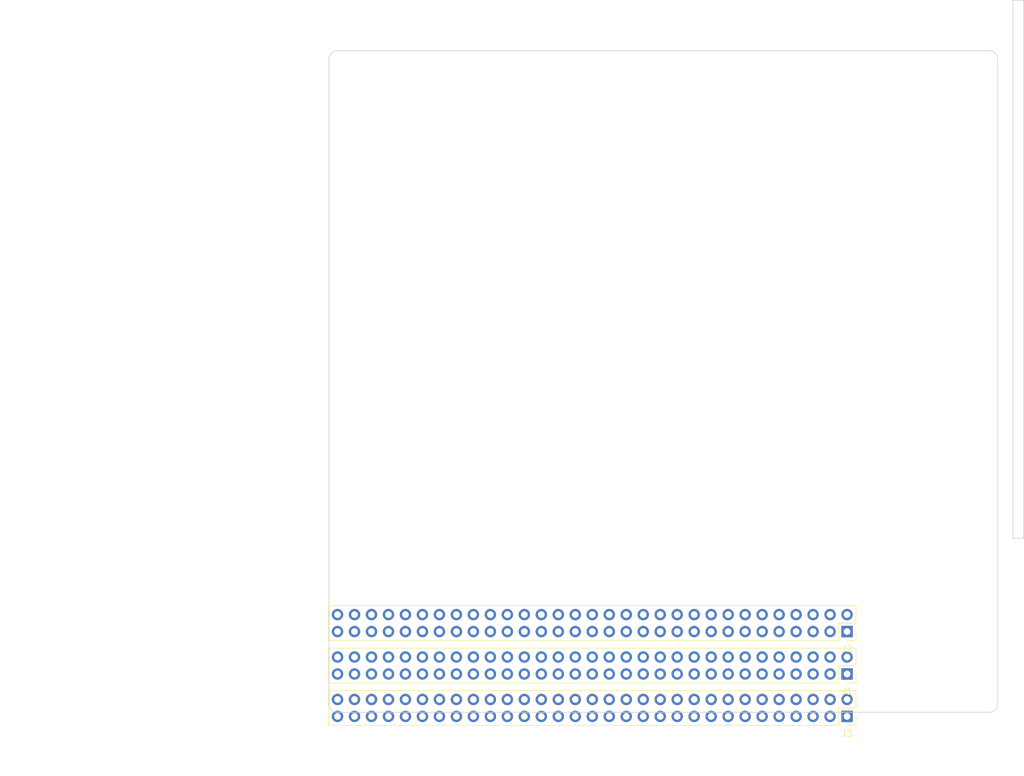
<source format=kicad_pcb>
(kicad_pcb (version 20171130) (host pcbnew "(5.1.9)-1")

  (general
    (thickness 1.6)
    (drawings 29)
    (tracks 0)
    (zones 0)
    (modules 3)
    (nets 60)
  )

  (page A4)
  (layers
    (0 F.Cu signal)
    (31 B.Cu signal)
    (32 B.Adhes user)
    (33 F.Adhes user)
    (34 B.Paste user)
    (35 F.Paste user)
    (36 B.SilkS user)
    (37 F.SilkS user)
    (38 B.Mask user)
    (39 F.Mask user)
    (40 Dwgs.User user)
    (41 Cmts.User user)
    (42 Eco1.User user)
    (43 Eco2.User user)
    (44 Edge.Cuts user)
    (45 Margin user)
    (46 B.CrtYd user)
    (47 F.CrtYd user)
    (48 B.Fab user)
    (49 F.Fab user)
  )

  (setup
    (last_trace_width 0.25)
    (trace_clearance 0.2)
    (zone_clearance 0.508)
    (zone_45_only no)
    (trace_min 0.2)
    (via_size 0.8)
    (via_drill 0.4)
    (via_min_size 0.4)
    (via_min_drill 0.3)
    (uvia_size 0.3)
    (uvia_drill 0.1)
    (uvias_allowed no)
    (uvia_min_size 0.2)
    (uvia_min_drill 0.1)
    (edge_width 0.1)
    (segment_width 0.2)
    (pcb_text_width 0.3)
    (pcb_text_size 1.5 1.5)
    (mod_edge_width 0.15)
    (mod_text_size 1 1)
    (mod_text_width 0.15)
    (pad_size 1.524 1.524)
    (pad_drill 0.762)
    (pad_to_mask_clearance 0)
    (aux_axis_origin 0 0)
    (visible_elements FFFFFF7F)
    (pcbplotparams
      (layerselection 0x010fc_ffffffff)
      (usegerberextensions false)
      (usegerberattributes true)
      (usegerberadvancedattributes true)
      (creategerberjobfile true)
      (excludeedgelayer true)
      (linewidth 0.100000)
      (plotframeref false)
      (viasonmask false)
      (mode 1)
      (useauxorigin false)
      (hpglpennumber 1)
      (hpglpenspeed 20)
      (hpglpendiameter 15.000000)
      (psnegative false)
      (psa4output false)
      (plotreference true)
      (plotvalue true)
      (plotinvisibletext false)
      (padsonsilk false)
      (subtractmaskfromsilk false)
      (outputformat 1)
      (mirror false)
      (drillshape 1)
      (scaleselection 1)
      (outputdirectory ""))
  )

  (net 0 "")
  (net 1 A00)
  (net 2 A01)
  (net 3 A02)
  (net 4 A03)
  (net 5 A04)
  (net 6 A05)
  (net 7 A06)
  (net 8 A07)
  (net 9 A08)
  (net 10 A09)
  (net 11 A10)
  (net 12 A11)
  (net 13 A12)
  (net 14 A13)
  (net 15 A14)
  (net 16 A15)
  (net 17 A16)
  (net 18 A17)
  (net 19 A18)
  (net 20 A19)
  (net 21 AEN)
  (net 22 IOCHRDY)
  (net 23 D0)
  (net 24 D1)
  (net 25 D2)
  (net 26 D3)
  (net 27 D4)
  (net 28 D5)
  (net 29 D6)
  (net 30 D7)
  (net 31 ~IO_CH_CK)
  (net 32 GND)
  (net 33 OSC)
  (net 34 VCC)
  (net 35 ALE)
  (net 36 TC)
  (net 37 ~DACK2)
  (net 38 IRQ3)
  (net 39 IRQ4)
  (net 40 IRQ5)
  (net 41 IRQ6)
  (net 42 IRQ7)
  (net 43 CLK)
  (net 44 ~DACK0)
  (net 45 DRQ1)
  (net 46 ~DACK1)
  (net 47 DRQ3)
  (net 48 ~DACK3)
  (net 49 ~IOR)
  (net 50 ~IOW)
  (net 51 ~MEMR)
  (net 52 ~MEMW)
  (net 53 +12V)
  (net 54 AUDIOIN)
  (net 55 -12V)
  (net 56 DRQ2)
  (net 57 -5V)
  (net 58 IRQ2)
  (net 59 RESET)

  (net_class Default "This is the default net class."
    (clearance 0.2)
    (trace_width 0.25)
    (via_dia 0.8)
    (via_drill 0.4)
    (uvia_dia 0.3)
    (uvia_drill 0.1)
    (add_net +12V)
    (add_net -12V)
    (add_net -5V)
    (add_net A00)
    (add_net A01)
    (add_net A02)
    (add_net A03)
    (add_net A04)
    (add_net A05)
    (add_net A06)
    (add_net A07)
    (add_net A08)
    (add_net A09)
    (add_net A10)
    (add_net A11)
    (add_net A12)
    (add_net A13)
    (add_net A14)
    (add_net A15)
    (add_net A16)
    (add_net A17)
    (add_net A18)
    (add_net A19)
    (add_net AEN)
    (add_net ALE)
    (add_net AUDIOIN)
    (add_net CLK)
    (add_net D0)
    (add_net D1)
    (add_net D2)
    (add_net D3)
    (add_net D4)
    (add_net D5)
    (add_net D6)
    (add_net D7)
    (add_net DRQ1)
    (add_net DRQ2)
    (add_net DRQ3)
    (add_net GND)
    (add_net IOCHRDY)
    (add_net IRQ2)
    (add_net IRQ3)
    (add_net IRQ4)
    (add_net IRQ5)
    (add_net IRQ6)
    (add_net IRQ7)
    (add_net OSC)
    (add_net RESET)
    (add_net TC)
    (add_net VCC)
    (add_net ~DACK0)
    (add_net ~DACK1)
    (add_net ~DACK2)
    (add_net ~DACK3)
    (add_net ~IOR)
    (add_net ~IOW)
    (add_net ~IO_CH_CK)
    (add_net ~MEMR)
    (add_net ~MEMW)
  )

  (module 00Custom:TandyPlusLongPins (layer F.Cu) (tedit 60CECB4C) (tstamp 60CF12DF)
    (at 218.44 137.16 270)
    (descr "Through hole straight pin header, 2x31, 2.54mm pitch, double rows")
    (tags "Through hole pin header THT 2x31 2.54mm double row")
    (path /60D113A9)
    (fp_text reference J3 (at 2.54 0) (layer F.SilkS)
      (effects (font (size 1 1) (thickness 0.15)))
    )
    (fp_text value "Passthrough Bus Tall" (at -1.27 78.53 90) (layer F.Fab)
      (effects (font (size 1 1) (thickness 0.15)))
    )
    (fp_text user %R (at -1.27 38.1) (layer F.Fab)
      (effects (font (size 1 1) (thickness 0.15)))
    )
    (fp_line (start 0 -1.27) (end -3.81 -1.27) (layer F.Fab) (width 0.1))
    (fp_line (start -3.81 -1.27) (end -3.81 77.47) (layer F.Fab) (width 0.1))
    (fp_line (start -3.81 77.47) (end 1.27 77.47) (layer F.Fab) (width 0.1))
    (fp_line (start 1.27 77.47) (end 1.27 0) (layer F.Fab) (width 0.1))
    (fp_line (start 1.27 0) (end 0 -1.27) (layer F.Fab) (width 0.1))
    (fp_line (start 1.33 77.53) (end -3.87 77.53) (layer F.SilkS) (width 0.12))
    (fp_line (start 1.33 1.27) (end 1.33 77.53) (layer F.SilkS) (width 0.12))
    (fp_line (start -3.87 -1.33) (end -3.87 77.53) (layer F.SilkS) (width 0.12))
    (fp_line (start 1.33 1.27) (end -1.27 1.27) (layer F.SilkS) (width 0.12))
    (fp_line (start -1.27 1.27) (end -1.27 -1.33) (layer F.SilkS) (width 0.12))
    (fp_line (start -1.27 -1.33) (end -3.87 -1.33) (layer F.SilkS) (width 0.12))
    (fp_line (start 1.33 0) (end 1.33 -1.33) (layer F.SilkS) (width 0.12))
    (fp_line (start 1.33 -1.33) (end 0 -1.33) (layer F.SilkS) (width 0.12))
    (fp_line (start 1.8 -1.8) (end 1.8 78) (layer F.CrtYd) (width 0.05))
    (fp_line (start 1.8 78) (end -4.35 78) (layer F.CrtYd) (width 0.05))
    (fp_line (start -4.35 78) (end -4.35 -1.8) (layer F.CrtYd) (width 0.05))
    (fp_line (start -4.35 -1.8) (end 1.8 -1.8) (layer F.CrtYd) (width 0.05))
    (pad 62 thru_hole oval (at -2.54 76.2 270) (size 1.7 1.7) (drill 1) (layers *.Cu *.Mask)
      (net 1 A00))
    (pad 31 thru_hole oval (at 0 76.2 270) (size 1.7 1.7) (drill 1) (layers *.Cu *.Mask)
      (net 32 GND))
    (pad 61 thru_hole oval (at -2.54 73.66 270) (size 1.7 1.7) (drill 1) (layers *.Cu *.Mask)
      (net 2 A01))
    (pad 30 thru_hole oval (at 0 73.66 270) (size 1.7 1.7) (drill 1) (layers *.Cu *.Mask)
      (net 33 OSC))
    (pad 60 thru_hole oval (at -2.54 71.12 270) (size 1.7 1.7) (drill 1) (layers *.Cu *.Mask)
      (net 3 A02))
    (pad 29 thru_hole oval (at 0 71.12 270) (size 1.7 1.7) (drill 1) (layers *.Cu *.Mask)
      (net 34 VCC))
    (pad 59 thru_hole oval (at -2.54 68.58 270) (size 1.7 1.7) (drill 1) (layers *.Cu *.Mask)
      (net 4 A03))
    (pad 28 thru_hole oval (at 0 68.58 270) (size 1.7 1.7) (drill 1) (layers *.Cu *.Mask)
      (net 35 ALE))
    (pad 58 thru_hole oval (at -2.54 66.04 270) (size 1.7 1.7) (drill 1) (layers *.Cu *.Mask)
      (net 5 A04))
    (pad 27 thru_hole oval (at 0 66.04 270) (size 1.7 1.7) (drill 1) (layers *.Cu *.Mask)
      (net 36 TC))
    (pad 57 thru_hole oval (at -2.54 63.5 270) (size 1.7 1.7) (drill 1) (layers *.Cu *.Mask)
      (net 6 A05))
    (pad 26 thru_hole oval (at 0 63.5 270) (size 1.7 1.7) (drill 1) (layers *.Cu *.Mask)
      (net 37 ~DACK2))
    (pad 56 thru_hole oval (at -2.54 60.96 270) (size 1.7 1.7) (drill 1) (layers *.Cu *.Mask)
      (net 7 A06))
    (pad 25 thru_hole oval (at 0 60.96 270) (size 1.7 1.7) (drill 1) (layers *.Cu *.Mask)
      (net 38 IRQ3))
    (pad 55 thru_hole oval (at -2.54 58.42 270) (size 1.7 1.7) (drill 1) (layers *.Cu *.Mask)
      (net 8 A07))
    (pad 24 thru_hole oval (at 0 58.42 270) (size 1.7 1.7) (drill 1) (layers *.Cu *.Mask)
      (net 39 IRQ4))
    (pad 54 thru_hole oval (at -2.54 55.88 270) (size 1.7 1.7) (drill 1) (layers *.Cu *.Mask)
      (net 9 A08))
    (pad 23 thru_hole oval (at 0 55.88 270) (size 1.7 1.7) (drill 1) (layers *.Cu *.Mask)
      (net 40 IRQ5))
    (pad 53 thru_hole oval (at -2.54 53.34 270) (size 1.7 1.7) (drill 1) (layers *.Cu *.Mask)
      (net 10 A09))
    (pad 22 thru_hole oval (at 0 53.34 270) (size 1.7 1.7) (drill 1) (layers *.Cu *.Mask)
      (net 41 IRQ6))
    (pad 52 thru_hole oval (at -2.54 50.8 270) (size 1.7 1.7) (drill 1) (layers *.Cu *.Mask)
      (net 11 A10))
    (pad 21 thru_hole oval (at 0 50.8 270) (size 1.7 1.7) (drill 1) (layers *.Cu *.Mask)
      (net 42 IRQ7))
    (pad 51 thru_hole oval (at -2.54 48.26 270) (size 1.7 1.7) (drill 1) (layers *.Cu *.Mask)
      (net 12 A11))
    (pad 20 thru_hole oval (at 0 48.26 270) (size 1.7 1.7) (drill 1) (layers *.Cu *.Mask)
      (net 43 CLK))
    (pad 50 thru_hole oval (at -2.54 45.72 270) (size 1.7 1.7) (drill 1) (layers *.Cu *.Mask)
      (net 13 A12))
    (pad 19 thru_hole oval (at 0 45.72 270) (size 1.7 1.7) (drill 1) (layers *.Cu *.Mask)
      (net 44 ~DACK0))
    (pad 49 thru_hole oval (at -2.54 43.18 270) (size 1.7 1.7) (drill 1) (layers *.Cu *.Mask)
      (net 14 A13))
    (pad 18 thru_hole oval (at 0 43.18 270) (size 1.7 1.7) (drill 1) (layers *.Cu *.Mask)
      (net 45 DRQ1))
    (pad 48 thru_hole oval (at -2.54 40.64 270) (size 1.7 1.7) (drill 1) (layers *.Cu *.Mask)
      (net 15 A14))
    (pad 17 thru_hole oval (at 0 40.64 270) (size 1.7 1.7) (drill 1) (layers *.Cu *.Mask)
      (net 46 ~DACK1))
    (pad 47 thru_hole oval (at -2.54 38.1 270) (size 1.7 1.7) (drill 1) (layers *.Cu *.Mask)
      (net 16 A15))
    (pad 16 thru_hole oval (at 0 38.1 270) (size 1.7 1.7) (drill 1) (layers *.Cu *.Mask)
      (net 47 DRQ3))
    (pad 46 thru_hole oval (at -2.54 35.56 270) (size 1.7 1.7) (drill 1) (layers *.Cu *.Mask)
      (net 17 A16))
    (pad 15 thru_hole oval (at 0 35.56 270) (size 1.7 1.7) (drill 1) (layers *.Cu *.Mask)
      (net 48 ~DACK3))
    (pad 45 thru_hole oval (at -2.54 33.02 270) (size 1.7 1.7) (drill 1) (layers *.Cu *.Mask)
      (net 18 A17))
    (pad 14 thru_hole oval (at 0 33.02 270) (size 1.7 1.7) (drill 1) (layers *.Cu *.Mask)
      (net 49 ~IOR))
    (pad 44 thru_hole oval (at -2.54 30.48 270) (size 1.7 1.7) (drill 1) (layers *.Cu *.Mask)
      (net 19 A18))
    (pad 13 thru_hole oval (at 0 30.48 270) (size 1.7 1.7) (drill 1) (layers *.Cu *.Mask)
      (net 50 ~IOW))
    (pad 43 thru_hole oval (at -2.54 27.94 270) (size 1.7 1.7) (drill 1) (layers *.Cu *.Mask)
      (net 20 A19))
    (pad 12 thru_hole oval (at 0 27.94 270) (size 1.7 1.7) (drill 1) (layers *.Cu *.Mask)
      (net 51 ~MEMR))
    (pad 42 thru_hole oval (at -2.54 25.4 270) (size 1.7 1.7) (drill 1) (layers *.Cu *.Mask)
      (net 21 AEN))
    (pad 11 thru_hole oval (at 0 25.4 270) (size 1.7 1.7) (drill 1) (layers *.Cu *.Mask)
      (net 52 ~MEMW))
    (pad 41 thru_hole oval (at -2.54 22.86 270) (size 1.7 1.7) (drill 1) (layers *.Cu *.Mask)
      (net 22 IOCHRDY))
    (pad 10 thru_hole oval (at 0 22.86 270) (size 1.7 1.7) (drill 1) (layers *.Cu *.Mask)
      (net 32 GND))
    (pad 40 thru_hole oval (at -2.54 20.32 270) (size 1.7 1.7) (drill 1) (layers *.Cu *.Mask)
      (net 23 D0))
    (pad 9 thru_hole oval (at 0 20.32 270) (size 1.7 1.7) (drill 1) (layers *.Cu *.Mask)
      (net 53 +12V))
    (pad 39 thru_hole oval (at -2.54 17.78 270) (size 1.7 1.7) (drill 1) (layers *.Cu *.Mask)
      (net 24 D1))
    (pad 8 thru_hole oval (at 0 17.78 270) (size 1.7 1.7) (drill 1) (layers *.Cu *.Mask)
      (net 54 AUDIOIN))
    (pad 38 thru_hole oval (at -2.54 15.24 270) (size 1.7 1.7) (drill 1) (layers *.Cu *.Mask)
      (net 25 D2))
    (pad 7 thru_hole oval (at 0 15.24 270) (size 1.7 1.7) (drill 1) (layers *.Cu *.Mask)
      (net 55 -12V))
    (pad 37 thru_hole oval (at -2.54 12.7 270) (size 1.7 1.7) (drill 1) (layers *.Cu *.Mask)
      (net 26 D3))
    (pad 6 thru_hole oval (at 0 12.7 270) (size 1.7 1.7) (drill 1) (layers *.Cu *.Mask)
      (net 56 DRQ2))
    (pad 36 thru_hole oval (at -2.54 10.16 270) (size 1.7 1.7) (drill 1) (layers *.Cu *.Mask)
      (net 27 D4))
    (pad 5 thru_hole oval (at 0 10.16 270) (size 1.7 1.7) (drill 1) (layers *.Cu *.Mask)
      (net 57 -5V))
    (pad 35 thru_hole oval (at -2.54 7.62 270) (size 1.7 1.7) (drill 1) (layers *.Cu *.Mask)
      (net 28 D5))
    (pad 4 thru_hole oval (at 0 7.62 270) (size 1.7 1.7) (drill 1) (layers *.Cu *.Mask)
      (net 58 IRQ2))
    (pad 34 thru_hole oval (at -2.54 5.08 270) (size 1.7 1.7) (drill 1) (layers *.Cu *.Mask)
      (net 29 D6))
    (pad 3 thru_hole oval (at 0 5.08 270) (size 1.7 1.7) (drill 1) (layers *.Cu *.Mask)
      (net 34 VCC))
    (pad 33 thru_hole oval (at -2.54 2.54 270) (size 1.7 1.7) (drill 1) (layers *.Cu *.Mask)
      (net 30 D7))
    (pad 2 thru_hole oval (at 0 2.54 270) (size 1.7 1.7) (drill 1) (layers *.Cu *.Mask)
      (net 59 RESET))
    (pad 32 thru_hole oval (at -2.54 0 270) (size 1.7 1.7) (drill 1) (layers *.Cu *.Mask)
      (net 31 ~IO_CH_CK))
    (pad 1 thru_hole rect (at 0 0 270) (size 1.7 1.7) (drill 1) (layers *.Cu *.Mask)
      (net 32 GND))
    (model ${KISYS3DMOD}/Connector_PinHeader_2.54mm.3dshapes/PinHeader_2x31_P2.54mm_Vertical.wrl
      (offset (xyz -2.54 0 0))
      (scale (xyz 1 1 1))
      (rotate (xyz 0 0 0))
    )
    (model ${KISYS3DMOD}/Connector_PinHeader_2.54mm.3dshapes/PinHeader_2x31_P2.54mm_Vertical.wrl
      (offset (xyz -2.54 0 10.7))
      (scale (xyz 1 1 1))
      (rotate (xyz 0 0 0))
    )
  )

  (module 00Custom:TandyPlusShortPins (layer F.Cu) (tedit 60CECB29) (tstamp 60CF128B)
    (at 218.44 124.46 270)
    (descr "Through hole straight pin header, 2x31, 2.54mm pitch, double rows")
    (tags "Through hole pin header THT 2x31 2.54mm double row")
    (path /60D04D1C)
    (fp_text reference J2 (at 2.54 0) (layer F.SilkS)
      (effects (font (size 1 1) (thickness 0.15)))
    )
    (fp_text value "Passthrough Bus Short" (at -1.27 78.53 90) (layer F.Fab)
      (effects (font (size 1 1) (thickness 0.15)))
    )
    (fp_text user %R (at -1.27 38.1) (layer F.Fab)
      (effects (font (size 1 1) (thickness 0.15)))
    )
    (fp_line (start 0 -1.27) (end -3.81 -1.27) (layer F.Fab) (width 0.1))
    (fp_line (start -3.81 -1.27) (end -3.81 77.47) (layer F.Fab) (width 0.1))
    (fp_line (start -3.81 77.47) (end 1.27 77.47) (layer F.Fab) (width 0.1))
    (fp_line (start 1.27 77.47) (end 1.27 0) (layer F.Fab) (width 0.1))
    (fp_line (start 1.27 0) (end 0 -1.27) (layer F.Fab) (width 0.1))
    (fp_line (start 1.33 77.53) (end -3.87 77.53) (layer F.SilkS) (width 0.12))
    (fp_line (start 1.33 1.27) (end 1.33 77.53) (layer F.SilkS) (width 0.12))
    (fp_line (start -3.87 -1.33) (end -3.87 77.53) (layer F.SilkS) (width 0.12))
    (fp_line (start 1.33 1.27) (end -1.27 1.27) (layer F.SilkS) (width 0.12))
    (fp_line (start -1.27 1.27) (end -1.27 -1.33) (layer F.SilkS) (width 0.12))
    (fp_line (start -1.27 -1.33) (end -3.87 -1.33) (layer F.SilkS) (width 0.12))
    (fp_line (start 1.33 0) (end 1.33 -1.33) (layer F.SilkS) (width 0.12))
    (fp_line (start 1.33 -1.33) (end 0 -1.33) (layer F.SilkS) (width 0.12))
    (fp_line (start 1.8 -1.8) (end 1.8 78) (layer F.CrtYd) (width 0.05))
    (fp_line (start 1.8 78) (end -4.35 78) (layer F.CrtYd) (width 0.05))
    (fp_line (start -4.35 78) (end -4.35 -1.8) (layer F.CrtYd) (width 0.05))
    (fp_line (start -4.35 -1.8) (end 1.8 -1.8) (layer F.CrtYd) (width 0.05))
    (pad 62 thru_hole oval (at -2.54 76.2 270) (size 1.7 1.7) (drill 1) (layers *.Cu *.Mask)
      (net 1 A00))
    (pad 31 thru_hole oval (at 0 76.2 270) (size 1.7 1.7) (drill 1) (layers *.Cu *.Mask)
      (net 32 GND))
    (pad 61 thru_hole oval (at -2.54 73.66 270) (size 1.7 1.7) (drill 1) (layers *.Cu *.Mask)
      (net 2 A01))
    (pad 30 thru_hole oval (at 0 73.66 270) (size 1.7 1.7) (drill 1) (layers *.Cu *.Mask)
      (net 33 OSC))
    (pad 60 thru_hole oval (at -2.54 71.12 270) (size 1.7 1.7) (drill 1) (layers *.Cu *.Mask)
      (net 3 A02))
    (pad 29 thru_hole oval (at 0 71.12 270) (size 1.7 1.7) (drill 1) (layers *.Cu *.Mask)
      (net 34 VCC))
    (pad 59 thru_hole oval (at -2.54 68.58 270) (size 1.7 1.7) (drill 1) (layers *.Cu *.Mask)
      (net 4 A03))
    (pad 28 thru_hole oval (at 0 68.58 270) (size 1.7 1.7) (drill 1) (layers *.Cu *.Mask)
      (net 35 ALE))
    (pad 58 thru_hole oval (at -2.54 66.04 270) (size 1.7 1.7) (drill 1) (layers *.Cu *.Mask)
      (net 5 A04))
    (pad 27 thru_hole oval (at 0 66.04 270) (size 1.7 1.7) (drill 1) (layers *.Cu *.Mask)
      (net 36 TC))
    (pad 57 thru_hole oval (at -2.54 63.5 270) (size 1.7 1.7) (drill 1) (layers *.Cu *.Mask)
      (net 6 A05))
    (pad 26 thru_hole oval (at 0 63.5 270) (size 1.7 1.7) (drill 1) (layers *.Cu *.Mask)
      (net 37 ~DACK2))
    (pad 56 thru_hole oval (at -2.54 60.96 270) (size 1.7 1.7) (drill 1) (layers *.Cu *.Mask)
      (net 7 A06))
    (pad 25 thru_hole oval (at 0 60.96 270) (size 1.7 1.7) (drill 1) (layers *.Cu *.Mask)
      (net 38 IRQ3))
    (pad 55 thru_hole oval (at -2.54 58.42 270) (size 1.7 1.7) (drill 1) (layers *.Cu *.Mask)
      (net 8 A07))
    (pad 24 thru_hole oval (at 0 58.42 270) (size 1.7 1.7) (drill 1) (layers *.Cu *.Mask)
      (net 39 IRQ4))
    (pad 54 thru_hole oval (at -2.54 55.88 270) (size 1.7 1.7) (drill 1) (layers *.Cu *.Mask)
      (net 9 A08))
    (pad 23 thru_hole oval (at 0 55.88 270) (size 1.7 1.7) (drill 1) (layers *.Cu *.Mask)
      (net 40 IRQ5))
    (pad 53 thru_hole oval (at -2.54 53.34 270) (size 1.7 1.7) (drill 1) (layers *.Cu *.Mask)
      (net 10 A09))
    (pad 22 thru_hole oval (at 0 53.34 270) (size 1.7 1.7) (drill 1) (layers *.Cu *.Mask)
      (net 41 IRQ6))
    (pad 52 thru_hole oval (at -2.54 50.8 270) (size 1.7 1.7) (drill 1) (layers *.Cu *.Mask)
      (net 11 A10))
    (pad 21 thru_hole oval (at 0 50.8 270) (size 1.7 1.7) (drill 1) (layers *.Cu *.Mask)
      (net 42 IRQ7))
    (pad 51 thru_hole oval (at -2.54 48.26 270) (size 1.7 1.7) (drill 1) (layers *.Cu *.Mask)
      (net 12 A11))
    (pad 20 thru_hole oval (at 0 48.26 270) (size 1.7 1.7) (drill 1) (layers *.Cu *.Mask)
      (net 43 CLK))
    (pad 50 thru_hole oval (at -2.54 45.72 270) (size 1.7 1.7) (drill 1) (layers *.Cu *.Mask)
      (net 13 A12))
    (pad 19 thru_hole oval (at 0 45.72 270) (size 1.7 1.7) (drill 1) (layers *.Cu *.Mask)
      (net 44 ~DACK0))
    (pad 49 thru_hole oval (at -2.54 43.18 270) (size 1.7 1.7) (drill 1) (layers *.Cu *.Mask)
      (net 14 A13))
    (pad 18 thru_hole oval (at 0 43.18 270) (size 1.7 1.7) (drill 1) (layers *.Cu *.Mask)
      (net 45 DRQ1))
    (pad 48 thru_hole oval (at -2.54 40.64 270) (size 1.7 1.7) (drill 1) (layers *.Cu *.Mask)
      (net 15 A14))
    (pad 17 thru_hole oval (at 0 40.64 270) (size 1.7 1.7) (drill 1) (layers *.Cu *.Mask)
      (net 46 ~DACK1))
    (pad 47 thru_hole oval (at -2.54 38.1 270) (size 1.7 1.7) (drill 1) (layers *.Cu *.Mask)
      (net 16 A15))
    (pad 16 thru_hole oval (at 0 38.1 270) (size 1.7 1.7) (drill 1) (layers *.Cu *.Mask)
      (net 47 DRQ3))
    (pad 46 thru_hole oval (at -2.54 35.56 270) (size 1.7 1.7) (drill 1) (layers *.Cu *.Mask)
      (net 17 A16))
    (pad 15 thru_hole oval (at 0 35.56 270) (size 1.7 1.7) (drill 1) (layers *.Cu *.Mask)
      (net 48 ~DACK3))
    (pad 45 thru_hole oval (at -2.54 33.02 270) (size 1.7 1.7) (drill 1) (layers *.Cu *.Mask)
      (net 18 A17))
    (pad 14 thru_hole oval (at 0 33.02 270) (size 1.7 1.7) (drill 1) (layers *.Cu *.Mask)
      (net 49 ~IOR))
    (pad 44 thru_hole oval (at -2.54 30.48 270) (size 1.7 1.7) (drill 1) (layers *.Cu *.Mask)
      (net 19 A18))
    (pad 13 thru_hole oval (at 0 30.48 270) (size 1.7 1.7) (drill 1) (layers *.Cu *.Mask)
      (net 50 ~IOW))
    (pad 43 thru_hole oval (at -2.54 27.94 270) (size 1.7 1.7) (drill 1) (layers *.Cu *.Mask)
      (net 20 A19))
    (pad 12 thru_hole oval (at 0 27.94 270) (size 1.7 1.7) (drill 1) (layers *.Cu *.Mask)
      (net 51 ~MEMR))
    (pad 42 thru_hole oval (at -2.54 25.4 270) (size 1.7 1.7) (drill 1) (layers *.Cu *.Mask)
      (net 21 AEN))
    (pad 11 thru_hole oval (at 0 25.4 270) (size 1.7 1.7) (drill 1) (layers *.Cu *.Mask)
      (net 52 ~MEMW))
    (pad 41 thru_hole oval (at -2.54 22.86 270) (size 1.7 1.7) (drill 1) (layers *.Cu *.Mask)
      (net 22 IOCHRDY))
    (pad 10 thru_hole oval (at 0 22.86 270) (size 1.7 1.7) (drill 1) (layers *.Cu *.Mask)
      (net 32 GND))
    (pad 40 thru_hole oval (at -2.54 20.32 270) (size 1.7 1.7) (drill 1) (layers *.Cu *.Mask)
      (net 23 D0))
    (pad 9 thru_hole oval (at 0 20.32 270) (size 1.7 1.7) (drill 1) (layers *.Cu *.Mask)
      (net 53 +12V))
    (pad 39 thru_hole oval (at -2.54 17.78 270) (size 1.7 1.7) (drill 1) (layers *.Cu *.Mask)
      (net 24 D1))
    (pad 8 thru_hole oval (at 0 17.78 270) (size 1.7 1.7) (drill 1) (layers *.Cu *.Mask)
      (net 54 AUDIOIN))
    (pad 38 thru_hole oval (at -2.54 15.24 270) (size 1.7 1.7) (drill 1) (layers *.Cu *.Mask)
      (net 25 D2))
    (pad 7 thru_hole oval (at 0 15.24 270) (size 1.7 1.7) (drill 1) (layers *.Cu *.Mask)
      (net 55 -12V))
    (pad 37 thru_hole oval (at -2.54 12.7 270) (size 1.7 1.7) (drill 1) (layers *.Cu *.Mask)
      (net 26 D3))
    (pad 6 thru_hole oval (at 0 12.7 270) (size 1.7 1.7) (drill 1) (layers *.Cu *.Mask)
      (net 56 DRQ2))
    (pad 36 thru_hole oval (at -2.54 10.16 270) (size 1.7 1.7) (drill 1) (layers *.Cu *.Mask)
      (net 27 D4))
    (pad 5 thru_hole oval (at 0 10.16 270) (size 1.7 1.7) (drill 1) (layers *.Cu *.Mask)
      (net 57 -5V))
    (pad 35 thru_hole oval (at -2.54 7.62 270) (size 1.7 1.7) (drill 1) (layers *.Cu *.Mask)
      (net 28 D5))
    (pad 4 thru_hole oval (at 0 7.62 270) (size 1.7 1.7) (drill 1) (layers *.Cu *.Mask)
      (net 58 IRQ2))
    (pad 34 thru_hole oval (at -2.54 5.08 270) (size 1.7 1.7) (drill 1) (layers *.Cu *.Mask)
      (net 29 D6))
    (pad 3 thru_hole oval (at 0 5.08 270) (size 1.7 1.7) (drill 1) (layers *.Cu *.Mask)
      (net 34 VCC))
    (pad 33 thru_hole oval (at -2.54 2.54 270) (size 1.7 1.7) (drill 1) (layers *.Cu *.Mask)
      (net 30 D7))
    (pad 2 thru_hole oval (at 0 2.54 270) (size 1.7 1.7) (drill 1) (layers *.Cu *.Mask)
      (net 59 RESET))
    (pad 32 thru_hole oval (at -2.54 0 270) (size 1.7 1.7) (drill 1) (layers *.Cu *.Mask)
      (net 31 ~IO_CH_CK))
    (pad 1 thru_hole rect (at 0 0 270) (size 1.7 1.7) (drill 1) (layers *.Cu *.Mask)
      (net 32 GND))
    (model ${KISYS3DMOD}/Connector_PinHeader_2.54mm.3dshapes/PinHeader_2x31_P2.54mm_Vertical.wrl
      (offset (xyz -2.54 0 0))
      (scale (xyz 1 1 1))
      (rotate (xyz 0 0 0))
    )
    (model ${KISYS3DMOD}/Connector_PinHeader_2.54mm.3dshapes/PinHeader_2x31_P2.54mm_Vertical.wrl
      (offset (xyz -2.54 0 2.54))
      (scale (xyz 1 1 1))
      (rotate (xyz 0 0 0))
    )
  )

  (module 00Custom:TandyPlusSocket (layer F.Cu) (tedit 60CECAFB) (tstamp 60CF1237)
    (at 218.44 130.81 270)
    (descr "Through hole straight pin header, 2x31, 2.54mm pitch, double rows")
    (tags "Through hole pin header THT 2x31 2.54mm double row")
    (path /6039F90B)
    (fp_text reference J1 (at 2.54 0) (layer F.SilkS)
      (effects (font (size 1 1) (thickness 0.15)))
    )
    (fp_text value "Input BUS" (at -1.27 78.53 90) (layer F.Fab)
      (effects (font (size 1 1) (thickness 0.15)))
    )
    (fp_text user %R (at -1.27 38.1) (layer F.Fab)
      (effects (font (size 1 1) (thickness 0.15)))
    )
    (fp_line (start 0 -1.27) (end -3.81 -1.27) (layer F.Fab) (width 0.1))
    (fp_line (start -3.81 -1.27) (end -3.81 77.47) (layer F.Fab) (width 0.1))
    (fp_line (start -3.81 77.47) (end 1.27 77.47) (layer F.Fab) (width 0.1))
    (fp_line (start 1.27 77.47) (end 1.27 0) (layer F.Fab) (width 0.1))
    (fp_line (start 1.27 0) (end 0 -1.27) (layer F.Fab) (width 0.1))
    (fp_line (start 1.33 77.53) (end -3.87 77.53) (layer F.SilkS) (width 0.12))
    (fp_line (start 1.33 1.27) (end 1.33 77.53) (layer F.SilkS) (width 0.12))
    (fp_line (start -3.87 -1.33) (end -3.87 77.53) (layer F.SilkS) (width 0.12))
    (fp_line (start 1.33 1.27) (end -1.27 1.27) (layer F.SilkS) (width 0.12))
    (fp_line (start -1.27 1.27) (end -1.27 -1.33) (layer F.SilkS) (width 0.12))
    (fp_line (start -1.27 -1.33) (end -3.87 -1.33) (layer F.SilkS) (width 0.12))
    (fp_line (start 1.33 0) (end 1.33 -1.33) (layer F.SilkS) (width 0.12))
    (fp_line (start 1.33 -1.33) (end 0 -1.33) (layer F.SilkS) (width 0.12))
    (fp_line (start 1.8 -1.8) (end 1.8 78) (layer F.CrtYd) (width 0.05))
    (fp_line (start 1.8 78) (end -4.35 78) (layer F.CrtYd) (width 0.05))
    (fp_line (start -4.35 78) (end -4.35 -1.8) (layer F.CrtYd) (width 0.05))
    (fp_line (start -4.35 -1.8) (end 1.8 -1.8) (layer F.CrtYd) (width 0.05))
    (pad 62 thru_hole oval (at -2.54 76.2 270) (size 1.7 1.7) (drill 1) (layers *.Cu *.Mask)
      (net 1 A00))
    (pad 31 thru_hole oval (at 0 76.2 270) (size 1.7 1.7) (drill 1) (layers *.Cu *.Mask)
      (net 32 GND))
    (pad 61 thru_hole oval (at -2.54 73.66 270) (size 1.7 1.7) (drill 1) (layers *.Cu *.Mask)
      (net 2 A01))
    (pad 30 thru_hole oval (at 0 73.66 270) (size 1.7 1.7) (drill 1) (layers *.Cu *.Mask)
      (net 33 OSC))
    (pad 60 thru_hole oval (at -2.54 71.12 270) (size 1.7 1.7) (drill 1) (layers *.Cu *.Mask)
      (net 3 A02))
    (pad 29 thru_hole oval (at 0 71.12 270) (size 1.7 1.7) (drill 1) (layers *.Cu *.Mask)
      (net 34 VCC))
    (pad 59 thru_hole oval (at -2.54 68.58 270) (size 1.7 1.7) (drill 1) (layers *.Cu *.Mask)
      (net 4 A03))
    (pad 28 thru_hole oval (at 0 68.58 270) (size 1.7 1.7) (drill 1) (layers *.Cu *.Mask)
      (net 35 ALE))
    (pad 58 thru_hole oval (at -2.54 66.04 270) (size 1.7 1.7) (drill 1) (layers *.Cu *.Mask)
      (net 5 A04))
    (pad 27 thru_hole oval (at 0 66.04 270) (size 1.7 1.7) (drill 1) (layers *.Cu *.Mask)
      (net 36 TC))
    (pad 57 thru_hole oval (at -2.54 63.5 270) (size 1.7 1.7) (drill 1) (layers *.Cu *.Mask)
      (net 6 A05))
    (pad 26 thru_hole oval (at 0 63.5 270) (size 1.7 1.7) (drill 1) (layers *.Cu *.Mask)
      (net 37 ~DACK2))
    (pad 56 thru_hole oval (at -2.54 60.96 270) (size 1.7 1.7) (drill 1) (layers *.Cu *.Mask)
      (net 7 A06))
    (pad 25 thru_hole oval (at 0 60.96 270) (size 1.7 1.7) (drill 1) (layers *.Cu *.Mask)
      (net 38 IRQ3))
    (pad 55 thru_hole oval (at -2.54 58.42 270) (size 1.7 1.7) (drill 1) (layers *.Cu *.Mask)
      (net 8 A07))
    (pad 24 thru_hole oval (at 0 58.42 270) (size 1.7 1.7) (drill 1) (layers *.Cu *.Mask)
      (net 39 IRQ4))
    (pad 54 thru_hole oval (at -2.54 55.88 270) (size 1.7 1.7) (drill 1) (layers *.Cu *.Mask)
      (net 9 A08))
    (pad 23 thru_hole oval (at 0 55.88 270) (size 1.7 1.7) (drill 1) (layers *.Cu *.Mask)
      (net 40 IRQ5))
    (pad 53 thru_hole oval (at -2.54 53.34 270) (size 1.7 1.7) (drill 1) (layers *.Cu *.Mask)
      (net 10 A09))
    (pad 22 thru_hole oval (at 0 53.34 270) (size 1.7 1.7) (drill 1) (layers *.Cu *.Mask)
      (net 41 IRQ6))
    (pad 52 thru_hole oval (at -2.54 50.8 270) (size 1.7 1.7) (drill 1) (layers *.Cu *.Mask)
      (net 11 A10))
    (pad 21 thru_hole oval (at 0 50.8 270) (size 1.7 1.7) (drill 1) (layers *.Cu *.Mask)
      (net 42 IRQ7))
    (pad 51 thru_hole oval (at -2.54 48.26 270) (size 1.7 1.7) (drill 1) (layers *.Cu *.Mask)
      (net 12 A11))
    (pad 20 thru_hole oval (at 0 48.26 270) (size 1.7 1.7) (drill 1) (layers *.Cu *.Mask)
      (net 43 CLK))
    (pad 50 thru_hole oval (at -2.54 45.72 270) (size 1.7 1.7) (drill 1) (layers *.Cu *.Mask)
      (net 13 A12))
    (pad 19 thru_hole oval (at 0 45.72 270) (size 1.7 1.7) (drill 1) (layers *.Cu *.Mask)
      (net 44 ~DACK0))
    (pad 49 thru_hole oval (at -2.54 43.18 270) (size 1.7 1.7) (drill 1) (layers *.Cu *.Mask)
      (net 14 A13))
    (pad 18 thru_hole oval (at 0 43.18 270) (size 1.7 1.7) (drill 1) (layers *.Cu *.Mask)
      (net 45 DRQ1))
    (pad 48 thru_hole oval (at -2.54 40.64 270) (size 1.7 1.7) (drill 1) (layers *.Cu *.Mask)
      (net 15 A14))
    (pad 17 thru_hole oval (at 0 40.64 270) (size 1.7 1.7) (drill 1) (layers *.Cu *.Mask)
      (net 46 ~DACK1))
    (pad 47 thru_hole oval (at -2.54 38.1 270) (size 1.7 1.7) (drill 1) (layers *.Cu *.Mask)
      (net 16 A15))
    (pad 16 thru_hole oval (at 0 38.1 270) (size 1.7 1.7) (drill 1) (layers *.Cu *.Mask)
      (net 47 DRQ3))
    (pad 46 thru_hole oval (at -2.54 35.56 270) (size 1.7 1.7) (drill 1) (layers *.Cu *.Mask)
      (net 17 A16))
    (pad 15 thru_hole oval (at 0 35.56 270) (size 1.7 1.7) (drill 1) (layers *.Cu *.Mask)
      (net 48 ~DACK3))
    (pad 45 thru_hole oval (at -2.54 33.02 270) (size 1.7 1.7) (drill 1) (layers *.Cu *.Mask)
      (net 18 A17))
    (pad 14 thru_hole oval (at 0 33.02 270) (size 1.7 1.7) (drill 1) (layers *.Cu *.Mask)
      (net 49 ~IOR))
    (pad 44 thru_hole oval (at -2.54 30.48 270) (size 1.7 1.7) (drill 1) (layers *.Cu *.Mask)
      (net 19 A18))
    (pad 13 thru_hole oval (at 0 30.48 270) (size 1.7 1.7) (drill 1) (layers *.Cu *.Mask)
      (net 50 ~IOW))
    (pad 43 thru_hole oval (at -2.54 27.94 270) (size 1.7 1.7) (drill 1) (layers *.Cu *.Mask)
      (net 20 A19))
    (pad 12 thru_hole oval (at 0 27.94 270) (size 1.7 1.7) (drill 1) (layers *.Cu *.Mask)
      (net 51 ~MEMR))
    (pad 42 thru_hole oval (at -2.54 25.4 270) (size 1.7 1.7) (drill 1) (layers *.Cu *.Mask)
      (net 21 AEN))
    (pad 11 thru_hole oval (at 0 25.4 270) (size 1.7 1.7) (drill 1) (layers *.Cu *.Mask)
      (net 52 ~MEMW))
    (pad 41 thru_hole oval (at -2.54 22.86 270) (size 1.7 1.7) (drill 1) (layers *.Cu *.Mask)
      (net 22 IOCHRDY))
    (pad 10 thru_hole oval (at 0 22.86 270) (size 1.7 1.7) (drill 1) (layers *.Cu *.Mask)
      (net 32 GND))
    (pad 40 thru_hole oval (at -2.54 20.32 270) (size 1.7 1.7) (drill 1) (layers *.Cu *.Mask)
      (net 23 D0))
    (pad 9 thru_hole oval (at 0 20.32 270) (size 1.7 1.7) (drill 1) (layers *.Cu *.Mask)
      (net 53 +12V))
    (pad 39 thru_hole oval (at -2.54 17.78 270) (size 1.7 1.7) (drill 1) (layers *.Cu *.Mask)
      (net 24 D1))
    (pad 8 thru_hole oval (at 0 17.78 270) (size 1.7 1.7) (drill 1) (layers *.Cu *.Mask)
      (net 54 AUDIOIN))
    (pad 38 thru_hole oval (at -2.54 15.24 270) (size 1.7 1.7) (drill 1) (layers *.Cu *.Mask)
      (net 25 D2))
    (pad 7 thru_hole oval (at 0 15.24 270) (size 1.7 1.7) (drill 1) (layers *.Cu *.Mask)
      (net 55 -12V))
    (pad 37 thru_hole oval (at -2.54 12.7 270) (size 1.7 1.7) (drill 1) (layers *.Cu *.Mask)
      (net 26 D3))
    (pad 6 thru_hole oval (at 0 12.7 270) (size 1.7 1.7) (drill 1) (layers *.Cu *.Mask)
      (net 56 DRQ2))
    (pad 36 thru_hole oval (at -2.54 10.16 270) (size 1.7 1.7) (drill 1) (layers *.Cu *.Mask)
      (net 27 D4))
    (pad 5 thru_hole oval (at 0 10.16 270) (size 1.7 1.7) (drill 1) (layers *.Cu *.Mask)
      (net 57 -5V))
    (pad 35 thru_hole oval (at -2.54 7.62 270) (size 1.7 1.7) (drill 1) (layers *.Cu *.Mask)
      (net 28 D5))
    (pad 4 thru_hole oval (at 0 7.62 270) (size 1.7 1.7) (drill 1) (layers *.Cu *.Mask)
      (net 58 IRQ2))
    (pad 34 thru_hole oval (at -2.54 5.08 270) (size 1.7 1.7) (drill 1) (layers *.Cu *.Mask)
      (net 29 D6))
    (pad 3 thru_hole oval (at 0 5.08 270) (size 1.7 1.7) (drill 1) (layers *.Cu *.Mask)
      (net 34 VCC))
    (pad 33 thru_hole oval (at -2.54 2.54 270) (size 1.7 1.7) (drill 1) (layers *.Cu *.Mask)
      (net 30 D7))
    (pad 2 thru_hole oval (at 0 2.54 270) (size 1.7 1.7) (drill 1) (layers *.Cu *.Mask)
      (net 59 RESET))
    (pad 32 thru_hole oval (at -2.54 0 270) (size 1.7 1.7) (drill 1) (layers *.Cu *.Mask)
      (net 31 ~IO_CH_CK))
    (pad 1 thru_hole rect (at 0 0 270) (size 1.7 1.7) (drill 1) (layers *.Cu *.Mask)
      (net 32 GND))
    (model ${KISYS3DMOD}/Connector_PinSocket_2.54mm.3dshapes/PinSocket_2x31_P2.54mm_Vertical.wrl
      (offset (xyz -2.54 0 -1.6))
      (scale (xyz 1 1 1))
      (rotate (xyz 0 180 0))
    )
  )

  (gr_line (start 244.84 110.49) (end 243.24 110.49) (layer Edge.Cuts) (width 0.1) (tstamp 60CF61BC))
  (gr_line (start 243.24 30) (end 244.84 30) (layer Edge.Cuts) (width 0.1) (tstamp 60CF61BB))
  (gr_line (start 243.24 30) (end 243.24 110.49) (layer Edge.Cuts) (width 0.1))
  (gr_line (start 244.84 30) (end 244.84 110.49) (layer Edge.Cuts) (width 0.1))
  (gr_text "100mm wide x 99mm high outline" (at 154.94 39.37) (layer Cmts.User)
    (effects (font (size 1 1) (thickness 0.15)))
  )
  (gr_arc (start 239.7 38.81) (end 240.97 38.81) (angle -90) (layer Edge.Cuts) (width 0.1))
  (gr_line (start 142.24 37.54) (end 239.7 37.54) (layer Edge.Cuts) (width 0.1))
  (gr_arc (start 142.24 38.81) (end 142.24 37.54) (angle -90) (layer Edge.Cuts) (width 0.1))
  (gr_line (start 240.97 135.27) (end 240.97 38.81) (layer Edge.Cuts) (width 0.1))
  (gr_arc (start 239.7 135.27) (end 239.7 136.54) (angle -90) (layer Edge.Cuts) (width 0.1))
  (gr_line (start 142.24 136.54) (end 239.7 136.54) (layer Edge.Cuts) (width 0.1))
  (gr_line (start 140.97 135.27) (end 140.97 38.81) (layer Edge.Cuts) (width 0.1))
  (gr_arc (start 142.24 135.27) (end 140.97 135.27) (angle -90) (layer Edge.Cuts) (width 0.1))
  (gr_text "Tandy Serial PCB outline (approx)." (at 126.492 135.382) (layer Cmts.User)
    (effects (font (size 1 1) (thickness 0.15)))
  )
  (gr_text "Tandy DMA/Memory PCB outline (approx)." (at 108.204 141.478) (layer Cmts.User)
    (effects (font (size 1 1) (thickness 0.15)))
  )
  (gr_text "Rob Krenecki's 3in1 PCB outline (approx)." (at 132.588 145.034) (layer Cmts.User)
    (effects (font (size 1 1) (thickness 0.15)))
  )
  (gr_line (start 242.84 142.54) (end 242.84 37.04) (layer Dwgs.User) (width 0.15) (tstamp 60CF5A3D))
  (gr_line (start 91.84 37.04) (end 242.84 37.04) (layer Dwgs.User) (width 0.15))
  (gr_line (start 112.84 37.54) (end 242.84 37.54) (layer Dwgs.User) (width 0.15))
  (gr_line (start 115.84 49.04) (end 242.84 49.04) (layer Dwgs.User) (width 0.15))
  (gr_line (start 91.84 142.54) (end 91.84 37.04) (layer Dwgs.User) (width 0.15))
  (gr_line (start 115.84 146.04) (end 115.84 49.04) (layer Dwgs.User) (width 0.15))
  (gr_line (start 112.84 136.54) (end 112.84 37.54) (layer Dwgs.User) (width 0.15))
  (gr_line (start 230.84 141.04) (end 242.84 141.04) (layer Dwgs.User) (width 0.15))
  (gr_line (start 230.84 146.04) (end 230.84 141.04) (layer Dwgs.User) (width 0.15))
  (gr_line (start 91.84 142.54) (end 242.84 142.54) (layer Dwgs.User) (width 0.15) (tstamp 60CF523A))
  (gr_line (start 112.84 136.54) (end 242.84 136.54) (layer Dwgs.User) (width 0.15) (tstamp 60CF5238))
  (gr_line (start 115.84 146.04) (end 230.84 146.04) (layer Dwgs.User) (width 0.15))
  (gr_line (start 244.84 119.38) (end 244.84 111.76) (layer Dwgs.User) (width 0.15) (tstamp 60CF5092))

)

</source>
